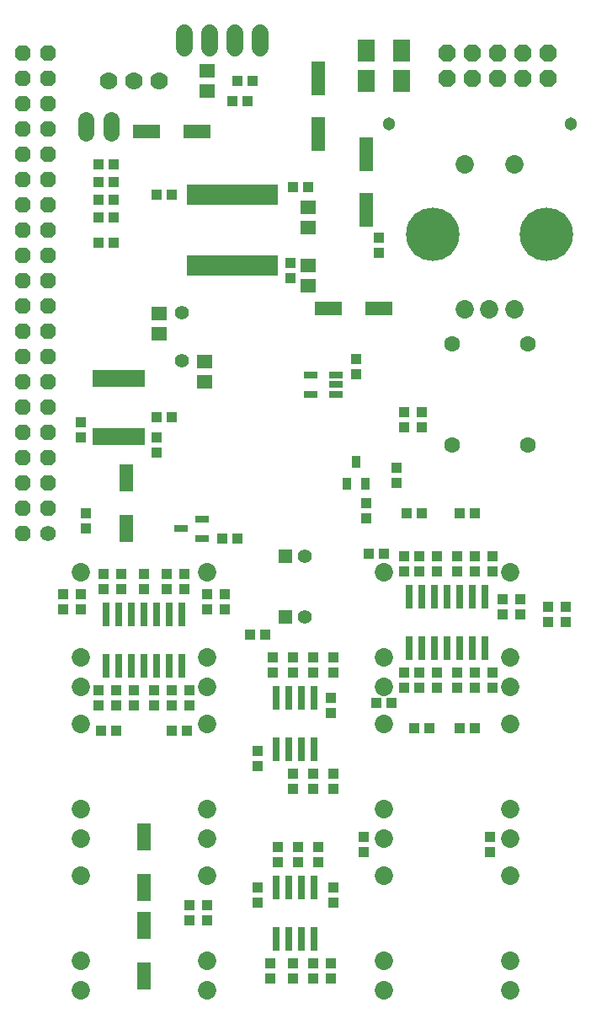
<source format=gbr>
G04 EAGLE Gerber RS-274X export*
G75*
%MOMM*%
%FSLAX34Y34*%
%LPD*%
%INSoldermask Bottom*%
%IPPOS*%
%AMOC8*
5,1,8,0,0,1.08239X$1,22.5*%
G01*
%ADD10R,1.003200X1.003200*%
%ADD11R,1.503200X1.403200*%
%ADD12R,2.743200X1.473200*%
%ADD13R,1.473200X2.743200*%
%ADD14R,1.403200X1.403200*%
%ADD15C,1.403200*%
%ADD16R,1.473200X3.505200*%
%ADD17R,1.703200X2.303200*%
%ADD18R,0.653200X2.003200*%
%ADD19R,0.803200X2.403200*%
%ADD20R,1.453200X0.803200*%
%ADD21R,1.353200X0.803200*%
%ADD22R,0.853200X1.303200*%
%ADD23R,0.653200X1.678200*%
%ADD24C,1.574800*%
%ADD25P,1.869504X8X22.500000*%
%ADD26C,1.303200*%
%ADD27C,1.422400*%
%ADD28C,1.603200*%
%ADD29C,1.727200*%
%ADD30C,1.574800*%
%ADD31P,1.704548X8X112.500000*%
%ADD32C,1.853200*%
%ADD33C,1.778200*%
%ADD34C,5.364200*%


D10*
X340360Y35560D03*
X340360Y50800D03*
X180340Y822960D03*
X165100Y822960D03*
X317500Y830580D03*
X302260Y830580D03*
D11*
X215900Y927100D03*
X215900Y947420D03*
D12*
X154940Y886460D03*
X205740Y886460D03*
X388620Y708660D03*
X337820Y708660D03*
D11*
X317500Y810260D03*
X317500Y789940D03*
D10*
X365760Y657860D03*
X365760Y642620D03*
X576580Y393700D03*
X576580Y408940D03*
X513080Y416560D03*
X513080Y401320D03*
X342900Y111760D03*
X342900Y127000D03*
X266700Y111760D03*
X266700Y127000D03*
X447040Y459740D03*
X447040Y444500D03*
X447040Y327660D03*
X447040Y342900D03*
X322580Y358140D03*
X322580Y342900D03*
X152400Y441960D03*
X152400Y426720D03*
X279400Y35560D03*
X279400Y50800D03*
D13*
X152400Y177800D03*
X152400Y127000D03*
X152400Y88900D03*
X152400Y38100D03*
D10*
X88900Y594360D03*
X88900Y579120D03*
X327660Y152400D03*
X327660Y167640D03*
D13*
X134620Y487680D03*
X134620Y538480D03*
D10*
X180340Y599440D03*
X165100Y599440D03*
X111760Y441960D03*
X111760Y426720D03*
D14*
X294640Y398780D03*
D15*
X314640Y398780D03*
D10*
X193040Y441960D03*
X193040Y426720D03*
X180340Y309880D03*
X180340Y325120D03*
X124460Y309880D03*
X124460Y325120D03*
X414020Y444500D03*
X414020Y459740D03*
X485140Y444500D03*
X485140Y459740D03*
X485140Y342900D03*
X485140Y327660D03*
X340360Y302260D03*
X340360Y317500D03*
X414020Y342900D03*
X414020Y327660D03*
D14*
X294640Y459740D03*
D15*
X314640Y459740D03*
D10*
X414020Y589280D03*
X414020Y604520D03*
X266700Y248920D03*
X266700Y264160D03*
D16*
X375920Y807720D03*
X375920Y863600D03*
X327660Y939800D03*
X327660Y883920D03*
D10*
X406400Y548640D03*
X406400Y533400D03*
X388620Y764540D03*
X388620Y779780D03*
X246380Y937260D03*
X261620Y937260D03*
X342900Y226060D03*
X342900Y241300D03*
D11*
X317500Y731520D03*
X317500Y751840D03*
X167640Y703580D03*
X167640Y683260D03*
X213360Y655320D03*
X213360Y635000D03*
D17*
X411700Y967740D03*
X375700Y967740D03*
X375700Y937260D03*
X411700Y937260D03*
D18*
X199050Y822900D03*
X205550Y822900D03*
X212050Y822900D03*
X218550Y822900D03*
X225050Y822900D03*
X231550Y822900D03*
X238050Y822900D03*
X244550Y822900D03*
X251050Y822900D03*
X257550Y822900D03*
X264050Y822900D03*
X270550Y822900D03*
X277050Y822900D03*
X283550Y822900D03*
X283550Y751900D03*
X277050Y751900D03*
X270550Y751900D03*
X264050Y751900D03*
X257550Y751900D03*
X251050Y751900D03*
X244550Y751900D03*
X238050Y751900D03*
X231550Y751900D03*
X225050Y751900D03*
X218550Y751900D03*
X212050Y751900D03*
X205550Y751900D03*
X199050Y751900D03*
D19*
X311150Y75600D03*
X311150Y127600D03*
X323850Y75600D03*
X298450Y75600D03*
X285750Y75600D03*
X323850Y127600D03*
X298450Y127600D03*
X285750Y127600D03*
X431800Y419700D03*
X431800Y367700D03*
X419100Y419700D03*
X444500Y419700D03*
X457200Y419700D03*
X419100Y367700D03*
X444500Y367700D03*
X457200Y367700D03*
X482600Y419700D03*
X482600Y367700D03*
X469900Y419700D03*
X495300Y419700D03*
X469900Y367700D03*
X495300Y367700D03*
X311150Y266100D03*
X311150Y318100D03*
X323850Y266100D03*
X298450Y266100D03*
X285750Y266100D03*
X323850Y318100D03*
X298450Y318100D03*
X285750Y318100D03*
X127000Y401920D03*
X127000Y349920D03*
X114300Y401920D03*
X139700Y401920D03*
X152400Y401920D03*
X114300Y349920D03*
X139700Y349920D03*
X152400Y349920D03*
X177800Y401920D03*
X177800Y349920D03*
X165100Y401920D03*
X190500Y401920D03*
X165100Y349920D03*
X190500Y349920D03*
D20*
X211160Y497180D03*
X211160Y478180D03*
X190160Y487680D03*
D21*
X345240Y641960D03*
X345240Y632460D03*
X345240Y622960D03*
X320240Y622960D03*
X320240Y641960D03*
D22*
X375260Y532560D03*
X356260Y532560D03*
X365760Y554560D03*
D23*
X149750Y580220D03*
X143250Y580220D03*
X136750Y580220D03*
X130250Y580220D03*
X123750Y580220D03*
X117250Y580220D03*
X110750Y580220D03*
X104250Y580220D03*
X104250Y638980D03*
X110750Y638980D03*
X117250Y638980D03*
X123750Y638980D03*
X130250Y638980D03*
X136750Y638980D03*
X143250Y638980D03*
X149750Y638980D03*
D24*
X119380Y884682D02*
X119380Y898398D01*
X93980Y898398D02*
X93980Y884682D01*
D25*
X457200Y965200D03*
X457200Y939800D03*
X482600Y965200D03*
X482600Y939800D03*
X508000Y965200D03*
X508000Y939800D03*
X533400Y965200D03*
X533400Y939800D03*
X558800Y965200D03*
X558800Y939800D03*
D26*
X398780Y894080D03*
X581780Y894080D03*
D27*
X190500Y656590D03*
X190500Y704850D03*
D10*
X71120Y421640D03*
X71120Y406400D03*
X302260Y226060D03*
X302260Y241300D03*
X373380Y177800D03*
X373380Y162560D03*
X322580Y226060D03*
X322580Y241300D03*
X88900Y421640D03*
X88900Y406400D03*
X106680Y774700D03*
X121920Y774700D03*
X106680Y800100D03*
X121920Y800100D03*
X93980Y502920D03*
X93980Y487680D03*
X129540Y441960D03*
X129540Y426720D03*
X106680Y817880D03*
X121920Y817880D03*
X106680Y835660D03*
X121920Y835660D03*
X299720Y739140D03*
X299720Y754380D03*
X106680Y853440D03*
X121920Y853440D03*
X165100Y579120D03*
X165100Y563880D03*
X500380Y177800D03*
X500380Y162560D03*
X302260Y358140D03*
X302260Y342900D03*
X281940Y358140D03*
X281940Y342900D03*
X342900Y342900D03*
X342900Y358140D03*
X375920Y497840D03*
X375920Y513080D03*
X233680Y421640D03*
X233680Y406400D03*
X215900Y421640D03*
X215900Y406400D03*
X175260Y441960D03*
X175260Y426720D03*
X302260Y35560D03*
X302260Y50800D03*
X198120Y309880D03*
X198120Y325120D03*
X109220Y284480D03*
X124460Y284480D03*
X162560Y309880D03*
X162560Y325120D03*
X106680Y309880D03*
X106680Y325120D03*
X195580Y284480D03*
X180340Y284480D03*
X142240Y309880D03*
X142240Y325120D03*
X416560Y502920D03*
X431800Y502920D03*
X429260Y444500D03*
X429260Y459740D03*
X393700Y462280D03*
X378460Y462280D03*
X467360Y444500D03*
X467360Y459740D03*
X322580Y35560D03*
X322580Y50800D03*
X485140Y502920D03*
X469900Y502920D03*
X467360Y342900D03*
X467360Y327660D03*
X429260Y342900D03*
X429260Y327660D03*
X424180Y287020D03*
X439420Y287020D03*
X502920Y444500D03*
X502920Y459740D03*
X485140Y287020D03*
X469900Y287020D03*
X502920Y342900D03*
X502920Y327660D03*
X401320Y312420D03*
X386080Y312420D03*
X558800Y408940D03*
X558800Y393700D03*
X530860Y416560D03*
X530860Y401320D03*
X198120Y109220D03*
X198120Y93980D03*
X246380Y477520D03*
X231140Y477520D03*
X431800Y589280D03*
X431800Y604520D03*
X256540Y916940D03*
X241300Y916940D03*
X215900Y109220D03*
X215900Y93980D03*
X287020Y152400D03*
X287020Y167640D03*
X307340Y152400D03*
X307340Y167640D03*
X259080Y381000D03*
X274320Y381000D03*
D28*
X538480Y571500D03*
X538480Y673100D03*
X462280Y571500D03*
X462280Y673100D03*
D29*
X193040Y970280D02*
X193040Y985520D01*
X218440Y985520D02*
X218440Y970280D01*
X243840Y970280D02*
X243840Y985520D01*
X269240Y985520D02*
X269240Y970280D01*
D30*
X55880Y482600D03*
D31*
X30480Y482600D03*
X55880Y508000D03*
X30480Y508000D03*
X55880Y533400D03*
X30480Y533400D03*
X55880Y558800D03*
X30480Y558800D03*
X55880Y584200D03*
X30480Y584200D03*
X55880Y609600D03*
X30480Y609600D03*
X55880Y635000D03*
X30480Y635000D03*
X55880Y660400D03*
X30480Y660400D03*
X55880Y685800D03*
X30480Y685800D03*
X55880Y711200D03*
X30480Y711200D03*
X55880Y736600D03*
X30480Y736600D03*
X55880Y762000D03*
X30480Y762000D03*
X55880Y787400D03*
X30480Y787400D03*
X55880Y812800D03*
X30480Y812800D03*
X55880Y838200D03*
X30480Y838200D03*
X55880Y863600D03*
X30480Y863600D03*
X55880Y889000D03*
X30480Y889000D03*
X55880Y914400D03*
X30480Y914400D03*
X55880Y939800D03*
X30480Y939800D03*
X55880Y965200D03*
X30480Y965200D03*
D32*
X88900Y443700D03*
X88900Y358700D03*
X88900Y328700D03*
X215900Y443700D03*
X215900Y358700D03*
X215900Y328700D03*
X88900Y291300D03*
X88900Y206300D03*
X88900Y176300D03*
X215900Y291300D03*
X215900Y206300D03*
X215900Y176300D03*
X393700Y443700D03*
X393700Y358700D03*
X393700Y328700D03*
X520700Y443700D03*
X520700Y358700D03*
X520700Y328700D03*
X393700Y291300D03*
X393700Y206300D03*
X393700Y176300D03*
X520700Y291300D03*
X520700Y206300D03*
X520700Y176300D03*
X88900Y138900D03*
X88900Y53900D03*
X88900Y23900D03*
X393700Y138900D03*
X393700Y53900D03*
X393700Y23900D03*
X215900Y138900D03*
X215900Y53900D03*
X215900Y23900D03*
X520700Y138900D03*
X520700Y53900D03*
X520700Y23900D03*
D33*
X167640Y937260D03*
X142240Y937260D03*
X116840Y937260D03*
D32*
X474980Y853440D03*
X524980Y853440D03*
X474980Y708440D03*
X524980Y708440D03*
X499980Y708440D03*
D34*
X442980Y783440D03*
X556980Y783440D03*
M02*

</source>
